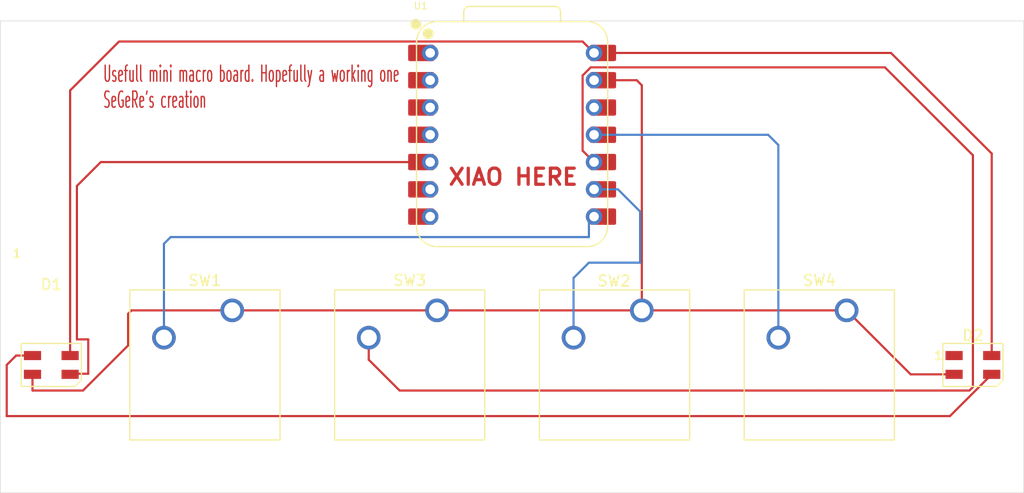
<source format=kicad_pcb>
(kicad_pcb (version 20241229) (generator "pcbnew") (generator_version "9.0")
  (layers (0 "F.Cu" signal) (2 "B.Cu" signal) (13 "F.Paste" user) (15 "B.Paste" user) (5 "F.SilkS" user "F.Silkscreen") (7 "B.SilkS" user "B.Silkscreen") (1 "F.Mask" user) (3 "B.Mask" user) (25 "Edge.Cuts" user))
  (net 0 "")
  (net 1 "Net-(D1-DOUT)")
  (net 2 "GND")
  (net 3 "Net-(D1-DIN)")
  (net 4 "+5V")
  (net 6 "Net-(U1-GPIO1{slash}RX)")
  (net 7 "Net-(U1-GPIO2{slash}SCK)")
  (net 8 "Net-(U1-GPIO4{slash}MISO)")
  (net 9 "Net-(U1-GPIO3{slash}MOSI)")
  (footprint "Button_Switch_Keyboard:SW_Cherry_MX_1.00u_PCB" (layer "F.Cu") (at 150.1775 113.9825)
    (property "Reference" "SW3" (at -2.54 -2.794 0) (layer "F.SilkS"))
    (property "Value" "SW_Push")
    (fp_line (start -9.525 -1.905) (end 4.445 -1.905) (stroke (width 0.12)) (layer "F.SilkS"))
    (fp_line (start -9.525 12.065) (end -9.525 -1.905) (stroke (width 0.12)) (layer "F.SilkS"))
    (fp_line (start 4.445 -1.905) (end 4.445 12.065) (stroke (width 0.12)) (layer "F.SilkS"))
    (fp_line (start 4.445 12.065) (end -9.525 12.065) (stroke (width 0.12)) (layer "F.SilkS"))
    (pad "" np_thru_hole circle (at -7.62 5.08) (size 1.7 1.7) (drill 1.7) (layers "*.Cu" "*.Mask"))
    (pad "" np_thru_hole circle (at -2.54 5.08) (size 4 4) (drill 4) (layers "*.Cu" "*.Mask"))
    (pad "" np_thru_hole circle (at 2.54 5.08) (size 1.7 1.7) (drill 1.7) (layers "*.Cu" "*.Mask"))
    (pad "1" thru_hole circle (at 0 0) (size 2.2 2.2) (drill 1.5) (layers "*.Cu" "*.Mask") (net 2 "GND"))
    (pad "2" thru_hole circle (at -6.35 2.54) (size 2.2 2.2) (drill 1.5) (layers "*.Cu" "*.Mask") (net 8 "Net-(U1-GPIO4{slash}MISO)"))
  )
  (footprint "Button_Switch_Keyboard:SW_Cherry_MX_1.00u_PCB" (layer "F.Cu") (at 131.1275 113.9825)
    (property "Reference" "SW1" (at -2.54 -2.794 0) (layer "F.SilkS"))
    (property "Value" "SW_Push")
    (fp_line (start -9.525 -1.905) (end 4.445 -1.905) (stroke (width 0.12)) (layer "F.SilkS"))
    (fp_line (start -9.525 12.065) (end -9.525 -1.905) (stroke (width 0.12)) (layer "F.SilkS"))
    (fp_line (start 4.445 -1.905) (end 4.445 12.065) (stroke (width 0.12)) (layer "F.SilkS"))
    (fp_line (start 4.445 12.065) (end -9.525 12.065) (stroke (width 0.12)) (layer "F.SilkS"))
    (pad "" np_thru_hole circle (at -7.62 5.08) (size 1.7 1.7) (drill 1.7) (layers "*.Cu" "*.Mask"))
    (pad "" np_thru_hole circle (at -2.54 5.08) (size 4 4) (drill 4) (layers "*.Cu" "*.Mask"))
    (pad "" np_thru_hole circle (at 2.54 5.08) (size 1.7 1.7) (drill 1.7) (layers "*.Cu" "*.Mask"))
    (pad "1" thru_hole circle (at 0 0) (size 2.2 2.2) (drill 1.5) (layers "*.Cu" "*.Mask") (net 2 "GND"))
    (pad "2" thru_hole circle (at -6.35 2.54) (size 2.2 2.2) (drill 1.5) (layers "*.Cu" "*.Mask") (net 6 "Net-(U1-GPIO1{slash}RX)"))
  )
  (footprint "LED_SMD:LED_SK6812MINI_PLCC4_3.5x3.5mm_P1.75mm" (layer "F.Cu") (at 200.025 119.0625)
    (property "Reference" "D2" (at 0 -2.75 0) (layer "F.SilkS"))
    (property "Value" "SK6812MINI")
    (fp_line (start -2.8 -2) (end -2.8 2) (stroke (width 0.12)) (layer "F.SilkS"))
    (fp_line (start -2.8 -2) (end 2.8 -2) (stroke (width 0.12)) (layer "F.SilkS"))
    (fp_line (start -2.8 2) (end 2.2 2) (stroke (width 0.12)) (layer "F.SilkS"))
    (fp_line (start 2.8 1.4) (end 2.2 2) (stroke (width 0.12)) (layer "F.SilkS"))
    (fp_line (start 2.8 1.4) (end 2.8 -2) (stroke (width 0.12)) (layer "F.SilkS"))
    (fp_text user "1" (at -3.2 -0.875 0) (layer "F.SilkS") (effects (font (size 0.8 0.8))))
    (pad "1" smd rect (at -1.75 -0.875) (size 1.6 0.85) (layers "F.Cu" "F.Mask" "F.Paste"))
    (pad "2" smd rect (at -1.75 0.875) (size 1.6 0.85) (layers "F.Cu" "F.Mask" "F.Paste") (net 2 "GND"))
    (pad "3" smd rect (at 1.75 0.875) (size 1.6 0.85) (layers "F.Cu" "F.Mask" "F.Paste") (net 1 "Net-(D1-DOUT)"))
    (pad "4" smd rect (at 1.75 -0.875) (size 1.6 0.85) (layers "F.Cu" "F.Mask" "F.Paste") (net 4 "+5V"))
  )
  (footprint "Button_Switch_Keyboard:SW_Cherry_MX_1.00u_PCB" (layer "F.Cu") (at 169.2275 113.9825)
    (property "Reference" "SW2" (at -2.584096 -2.741602 0) (layer "F.SilkS"))
    (property "Value" "SW_Push")
    (fp_line (start -9.525 -1.905) (end 4.445 -1.905) (stroke (width 0.12)) (layer "F.SilkS"))
    (fp_line (start -9.525 12.065) (end -9.525 -1.905) (stroke (width 0.12)) (layer "F.SilkS"))
    (fp_line (start 4.445 -1.905) (end 4.445 12.065) (stroke (width 0.12)) (layer "F.SilkS"))
    (fp_line (start 4.445 12.065) (end -9.525 12.065) (stroke (width 0.12)) (layer "F.SilkS"))
    (pad "" np_thru_hole circle (at -7.62 5.08) (size 1.7 1.7) (drill 1.7) (layers "*.Cu" "*.Mask"))
    (pad "" np_thru_hole circle (at -2.54 5.08) (size 4 4) (drill 4) (layers "*.Cu" "*.Mask"))
    (pad "" np_thru_hole circle (at 2.54 5.08) (size 1.7 1.7) (drill 1.7) (layers "*.Cu" "*.Mask"))
    (pad "1" thru_hole circle (at 0 0) (size 2.2 2.2) (drill 1.5) (layers "*.Cu" "*.Mask") (net 2 "GND"))
    (pad "2" thru_hole circle (at -6.35 2.54) (size 2.2 2.2) (drill 1.5) (layers "*.Cu" "*.Mask") (net 7 "Net-(U1-GPIO2{slash}SCK)"))
  )
  (footprint "Button_Switch_Keyboard:SW_Cherry_MX_1.00u_PCB" (layer "F.Cu") (at 188.2775 113.9825)
    (property "Reference" "SW4" (at -2.54 -2.794 0) (layer "F.SilkS"))
    (property "Value" "SW_Push")
    (fp_line (start -9.525 -1.905) (end 4.445 -1.905) (stroke (width 0.12)) (layer "F.SilkS"))
    (fp_line (start -9.525 12.065) (end -9.525 -1.905) (stroke (width 0.12)) (layer "F.SilkS"))
    (fp_line (start 4.445 -1.905) (end 4.445 12.065) (stroke (width 0.12)) (layer "F.SilkS"))
    (fp_line (start 4.445 12.065) (end -9.525 12.065) (stroke (width 0.12)) (layer "F.SilkS"))
    (pad "" np_thru_hole circle (at -7.62 5.08) (size 1.7 1.7) (drill 1.7) (layers "*.Cu" "*.Mask"))
    (pad "" np_thru_hole circle (at -2.54 5.08) (size 4 4) (drill 4) (layers "*.Cu" "*.Mask"))
    (pad "" np_thru_hole circle (at 2.54 5.08) (size 1.7 1.7) (drill 1.7) (layers "*.Cu" "*.Mask"))
    (pad "1" thru_hole circle (at 0 0) (size 2.2 2.2) (drill 1.5) (layers "*.Cu" "*.Mask") (net 2 "GND"))
    (pad "2" thru_hole circle (at -6.35 2.54) (size 2.2 2.2) (drill 1.5) (layers "*.Cu" "*.Mask") (net 9 "Net-(U1-GPIO3{slash}MOSI)"))
  )
  (footprint "opl:XIAO-RP2040-DIP" (layer "F.Cu") (at 157.1625 97.63125)
    (property "Reference" "U1" (at -8.5 -12 0) (layer "F.SilkS") (effects (font (size 0.635 0.635) (thickness 0.1016))))
    (property "Value" "XIAO-RP2040-DIP")
    (fp_line (start -8.89 8.509) (end -8.89 -8.636) (stroke (width 0.127)) (layer "F.SilkS"))
    (fp_line (start -6.985 10.414) (end 6.985 10.414) (stroke (width 0.127)) (layer "F.SilkS"))
    (fp_line (start -4.495 -10.541) (end -4.491272 -11.451272) (stroke (width 0.127)) (layer "F.SilkS"))
    (fp_line (start -3.991272 -11.951) (end 4.004 -11.951) (stroke (width 0.127)) (layer "F.SilkS"))
    (fp_line (start 4.504 -11.451) (end 4.504 -10.541) (stroke (width 0.127)) (layer "F.SilkS"))
    (fp_line (start 6.985 -10.541) (end -6.985 -10.541) (stroke (width 0.1)) (layer "F.SilkS"))
    (fp_line (start 6.985 -10.541) (end -6.985 -10.541) (stroke (width 0.127)) (layer "F.SilkS"))
    (fp_line (start 8.89 8.509) (end 8.89 -8.636) (stroke (width 0.127)) (layer "F.SilkS"))
    (fp_arc (start -8.89 -8.636) (mid -8.332038 -9.983038) (end -6.985 -10.541) (stroke (width 0.127)) (layer "F.SilkS"))
    (fp_arc (start -6.985 10.414) (mid -8.332038 9.856038) (end -8.89 8.509) (stroke (width 0.127)) (layer "F.SilkS"))
    (fp_arc (start -4.491272 -11.451272) (mid -4.344728 -11.80464) (end -3.991272 -11.951) (stroke (width 0.127)) (layer "F.SilkS"))
    (fp_arc (start 4.004 -11.951) (mid 4.357553 -11.804553) (end 4.504 -11.451) (stroke (width 0.127)) (layer "F.SilkS"))
    (fp_arc (start 6.985 -10.541) (mid 8.332038 -9.983038) (end 8.89 -8.636) (stroke (width 0.127)) (layer "F.SilkS"))
    (fp_arc (start 8.89 8.509) (mid 8.332038 9.856038) (end 6.985 10.414) (stroke (width 0.127)) (layer "F.SilkS"))
    (fp_circle (center -8.95 -10.3) (end -8.95 -10.554) (stroke (width 0.5)) (fill yes) (layer "F.SilkS"))
    (fp_circle (center -7.807 -9.42) (end -7.807 -9.674) (stroke (width 0.5)) (fill yes) (layer "F.SilkS"))
    (pad "1" smd roundrect (at -8.455 -7.62 180) (size 2.432 1.524) (layers "F.Cu" "F.Mask") (roundrect_rratio 0.1))
    (pad "1" thru_hole circle (at -7.62 -7.62 180) (size 1.524 1.524) (drill 0.889) (layers "*.Cu" "*.Mask"))
    (pad "2" smd roundrect (at -8.455 -5.08 180) (size 2.432 1.524) (layers "F.Cu" "F.Mask") (roundrect_rratio 0.1))
    (pad "2" thru_hole circle (at -7.62 -5.08 180) (size 1.524 1.524) (drill 0.889) (layers "*.Cu" "*.Mask"))
    (pad "3" smd roundrect (at -8.455 -2.54 180) (size 2.432 1.524) (layers "F.Cu" "F.Mask") (roundrect_rratio 0.1))
    (pad "3" thru_hole circle (at -7.62 -2.54 180) (size 1.524 1.524) (drill 0.889) (layers "*.Cu" "*.Mask"))
    (pad "4" smd roundrect (at -8.455 0 180) (size 2.432 1.524) (layers "F.Cu" "F.Mask") (roundrect_rratio 0.1))
    (pad "4" thru_hole circle (at -7.62 0 180) (size 1.524 1.524) (drill 0.889) (layers "*.Cu" "*.Mask"))
    (pad "5" smd roundrect (at -8.455 2.54 180) (size 2.432 1.524) (layers "F.Cu" "F.Mask") (roundrect_rratio 0.1) (net 3 "Net-(D1-DIN)"))
    (pad "5" thru_hole circle (at -7.62 2.54 180) (size 1.524 1.524) (drill 0.889) (layers "*.Cu" "*.Mask") (net 3 "Net-(D1-DIN)"))
    (pad "6" smd roundrect (at -8.455 5.08 180) (size 2.432 1.524) (layers "F.Cu" "F.Mask") (roundrect_rratio 0.1))
    (pad "6" thru_hole circle (at -7.62 5.08 180) (size 1.524 1.524) (drill 0.889) (layers "*.Cu" "*.Mask"))
    (pad "7" smd roundrect (at -8.455 7.62 180) (size 2.432 1.524) (layers "F.Cu" "F.Mask") (roundrect_rratio 0.1))
    (pad "7" thru_hole circle (at -7.62 7.62 180) (size 1.524 1.524) (drill 0.889) (layers "*.Cu" "*.Mask"))
    (pad "8" thru_hole circle (at 7.62 7.62) (size 1.524 1.524) (drill 0.889) (layers "*.Cu" "*.Mask") (net 6 "Net-(U1-GPIO1{slash}RX)"))
    (pad "8" smd roundrect (at 8.455 7.62) (size 2.432 1.524) (layers "F.Cu" "F.Mask") (roundrect_rratio 0.1) (net 6 "Net-(U1-GPIO1{slash}RX)"))
    (pad "9" thru_hole circle (at 7.62 5.08) (size 1.524 1.524) (drill 0.889) (layers "*.Cu" "*.Mask") (net 7 "Net-(U1-GPIO2{slash}SCK)"))
    (pad "9" smd roundrect (at 8.455 5.08) (size 2.432 1.524) (layers "F.Cu" "F.Mask") (roundrect_rratio 0.1) (net 7 "Net-(U1-GPIO2{slash}SCK)"))
    (pad "10" thru_hole circle (at 7.62 2.54) (size 1.524 1.524) (drill 0.889) (layers "*.Cu" "*.Mask") (net 8 "Net-(U1-GPIO4{slash}MISO)"))
    (pad "10" smd roundrect (at 8.455 2.54) (size 2.432 1.524) (layers "F.Cu" "F.Mask") (roundrect_rratio 0.1) (net 8 "Net-(U1-GPIO4{slash}MISO)"))
    (pad "11" thru_hole circle (at 7.62 0) (size 1.524 1.524) (drill 0.889) (layers "*.Cu" "*.Mask") (net 9 "Net-(U1-GPIO3{slash}MOSI)"))
    (pad "11" smd roundrect (at 8.455 0) (size 2.432 1.524) (layers "F.Cu" "F.Mask") (roundrect_rratio 0.1) (net 9 "Net-(U1-GPIO3{slash}MOSI)"))
    (pad "12" thru_hole circle (at 7.62 -2.54) (size 1.524 1.524) (drill 0.889) (layers "*.Cu" "*.Mask"))
    (pad "12" smd roundrect (at 8.455 -2.54) (size 2.432 1.524) (layers "F.Cu" "F.Mask") (roundrect_rratio 0.1))
    (pad "13" thru_hole circle (at 7.62 -5.08) (size 1.524 1.524) (drill 0.889) (layers "*.Cu" "*.Mask") (net 2 "GND"))
    (pad "13" smd roundrect (at 8.455 -5.08) (size 2.432 1.524) (layers "F.Cu" "F.Mask") (roundrect_rratio 0.1) (net 2 "GND"))
    (pad "14" thru_hole circle (at 7.62 -7.62) (size 1.524 1.524) (drill 0.889) (layers "*.Cu" "*.Mask") (net 4 "+5V"))
    (pad "14" smd roundrect (at 8.455 -7.62) (size 2.432 1.524) (layers "F.Cu" "F.Mask") (roundrect_rratio 0.1) (net 4 "+5V"))
  )
  (footprint "LED_SMD:LED_SK6812MINI_PLCC4_3.5x3.5mm_P1.75mm" (layer "F.Cu") (at 114.3 119.0625)
    (property "Reference" "D1" (at 0 -7.48625 0) (layer "F.SilkS"))
    (property "Value" "SK6812MINI")
    (fp_line (start -2.8 -2) (end -2.8 2) (stroke (width 0.12)) (layer "F.SilkS"))
    (fp_line (start -2.8 -2) (end 2.8 -2) (stroke (width 0.12)) (layer "F.SilkS"))
    (fp_line (start -2.8 2) (end 2.2 2) (stroke (width 0.12)) (layer "F.SilkS"))
    (fp_line (start 2.8 1.4) (end 2.2 2) (stroke (width 0.12)) (layer "F.SilkS"))
    (fp_line (start 2.8 1.4) (end 2.8 -2) (stroke (width 0.12)) (layer "F.SilkS"))
    (fp_text user "1" (at -3.2 -10.37375 0) (layer "F.SilkS") (effects (font (size 0.8 0.8))))
    (pad "1" smd rect (at -1.75 -0.875) (size 1.6 0.85) (layers "F.Cu" "F.Mask" "F.Paste") (net 1 "Net-(D1-DOUT)"))
    (pad "2" smd rect (at -1.75 0.875) (size 1.6 0.85) (layers "F.Cu" "F.Mask" "F.Paste") (net 2 "GND"))
    (pad "3" smd rect (at 1.75 0.875) (size 1.6 0.85) (layers "F.Cu" "F.Mask" "F.Paste") (net 3 "Net-(D1-DIN)"))
    (pad "4" smd rect (at 1.75 -0.875) (size 1.6 0.85) (layers "F.Cu" "F.Mask" "F.Paste") (net 4 "+5V"))
  )
  (gr_rect (start 109.552198 87.029445) (end 204.754026 130.96875) (stroke (width 0.05)) (fill no) (layer "Edge.Cuts"))
  (gr_text "XIAO HERE\n" (at 151.099631 102.438462 0) (layer "F.Cu") (effects (font (size 1.5 1.5) (thickness 0.3) (bold yes)) (justify left bottom)))
  (gr_text "Usefull mini macro board. Hopefully a working one\nSeGeRe's creation" (at 119.0625 95.25 0) (layer "F.Cu") (effects (font (size 1.5 0.7) (thickness 0.125) (bold yes)) (justify left bottom)))
  (segment (start 110.153198 123.825) (end 110.153198 119.0625) (width 0.2) (layer "F.Cu") (net 1))
  (segment (start 110.153198 119.0625) (end 111.028198 118.1875) (width 0.2) (layer "F.Cu") (net 1))
  (segment (start 197.8875 123.825) (end 110.153198 123.825) (width 0.2) (layer "F.Cu") (net 1))
  (segment (start 201.775 119.9375) (end 197.8875 123.825) (width 0.2) (layer "F.Cu") (net 1))
  (segment (start 111.028198 118.1875) (end 112.55 118.1875) (width 0.2) (layer "F.Cu") (net 1))
  (segment (start 188.2775 113.9825) (end 194.2325 119.9375) (width 0.2) (layer "F.Cu") (net 2))
  (segment (start 112.55 119.9375) (end 112.55 121.426508) (width 0.2) (layer "F.Cu") (net 2))
  (segment (start 121.76125 113.9825) (end 131.1275 113.9825) (width 0.2) (layer "F.Cu") (net 2))
  (segment (start 169.2275 113.9825) (end 188.2775 113.9825) (width 0.2) (layer "F.Cu") (net 2))
  (segment (start 194.2325 119.9375) (end 198.275 119.9375) (width 0.2) (layer "F.Cu") (net 2))
  (segment (start 169.2275 113.9825) (end 169.2275 93.0275) (width 0.2) (layer "F.Cu") (net 2))
  (segment (start 131.1275 113.9825) (end 150.1775 113.9825) (width 0.2) (layer "F.Cu") (net 2))
  (segment (start 169.2275 93.0275) (end 168.75125 92.55125) (width 0.2) (layer "F.Cu") (net 2))
  (segment (start 165.6175 92.55125) (end 166.37 92.55125) (width 0.2) (layer "F.Cu") (net 2))
  (segment (start 166.37 92.55125) (end 166.6875 92.86875) (width 0.2) (layer "F.Cu") (net 2))
  (segment (start 112.577246 121.453754) (end 112.58725 121.44375) (width 0.2) (layer "F.Cu") (net 2))
  (segment (start 121.44375 114.3) (end 121.76125 113.9825) (width 0.2) (layer "F.Cu") (net 2))
  (segment (start 150.1775 113.9825) (end 169.2275 113.9825) (width 0.2) (layer "F.Cu") (net 2))
  (segment (start 112.55 121.426508) (end 112.577246 121.453754) (width 0.2) (layer "F.Cu") (net 2))
  (segment (start 164.7825 92.55125) (end 165.6175 92.55125) (width 0.2) (layer "F.Cu") (net 2))
  (segment (start 168.75125 92.55125) (end 164.7825 92.55125) (width 0.2) (layer "F.Cu") (net 2))
  (segment (start 112.58725 121.44375) (end 117.24835 121.44375) (width 0.2) (layer "F.Cu") (net 2))
  (segment (start 117.24835 121.44375) (end 121.44375 117.24835) (width 0.2) (layer "F.Cu") (net 2))
  (segment (start 121.44375 117.24835) (end 121.44375 114.3) (width 0.2) (layer "F.Cu") (net 2))
  (segment (start 116.05 119.9375) (end 116.05 119.898138) (width 0.2) (layer "F.Cu") (net 3))
  (segment (start 116.68125 116.68125) (end 116.68125 102.39375) (width 0.2) (layer "F.Cu") (net 3))
  (segment (start 117.724021 116.68125) (end 116.68125 116.68125) (width 0.2) (layer "F.Cu") (net 3))
  (segment (start 116.05 119.898138) (end 116.040159 119.888297) (width 0.2) (layer "F.Cu") (net 3))
  (segment (start 118.90375 100.17125) (end 149.5425 100.17125) (width 0.2) (layer "F.Cu") (net 3))
  (segment (start 116.040159 119.888297) (end 116.04673 119.881726) (width 0.2) (layer "F.Cu") (net 3))
  (segment (start 117.736157 119.881726) (end 117.736157 116.693386) (width 0.2) (layer "F.Cu") (net 3))
  (segment (start 116.04673 119.881726) (end 117.736157 119.881726) (width 0.2) (layer "F.Cu") (net 3))
  (segment (start 117.736157 116.693386) (end 117.724021 116.68125) (width 0.2) (layer "F.Cu") (net 3))
  (segment (start 116.68125 102.39375) (end 118.90375 100.17125) (width 0.2) (layer "F.Cu") (net 3))
  (segment (start 201.775 118.1875) (end 201.775 99.38125) (width 0.2) (layer "F.Cu") (net 4))
  (segment (start 192.405 90.01125) (end 164.7825 90.01125) (width 0.2) (layer "F.Cu") (net 4))
  (segment (start 116.05 93.5) (end 116.05 118.1875) (width 0.2) (layer "F.Cu") (net 4))
  (segment (start 201.775 99.38125) (end 192.405 90.01125) (width 0.2) (layer "F.Cu") (net 4))
  (segment (start 163.7195 88.94825) (end 120.60175 88.94825) (width 0.2) (layer "F.Cu") (net 4))
  (segment (start 164.7825 90.01125) (end 163.7195 88.94825) (width 0.2) (layer "F.Cu") (net 4))
  (segment (start 120.60175 88.94825) (end 116.05 93.5) (width 0.2) (layer "F.Cu") (net 4))
  (segment (start 124.7775 107.782399) (end 125.403649 107.15625) (width 0.2) (layer "B.Cu") (net 6))
  (segment (start 124.7775 116.5225) (end 124.7775 107.782399) (width 0.2) (layer "B.Cu") (net 6))
  (segment (start 164.7825 105.25125) (end 164.30625 105.7275) (width 0.2) (layer "B.Cu") (net 6))
  (segment (start 164.30625 105.7275) (end 164.30625 107.15625) (width 0.2) (layer "B.Cu") (net 6))
  (segment (start 164.30625 107.15625) (end 125.403649 107.15625) (width 0.2) (layer "B.Cu") (net 6))
  (segment (start 164.465 102.39375) (end 164.30625 102.39375) (width 0.2) (layer "B.Cu") (net 7))
  (segment (start 162.8775 116.5225) (end 162.8775 110.96625) (width 0.2) (layer "B.Cu") (net 7))
  (segment (start 164.7825 102.71125) (end 164.465 102.39375) (width 0.2) (layer "B.Cu") (net 7))
  (segment (start 164.30625 109.5375) (end 169.06875 109.5375) (width 0.2) (layer "B.Cu") (net 7))
  (segment (start 169.06875 109.5375) (end 169.06875 104.775) (width 0.2) (layer "B.Cu") (net 7))
  (segment (start 162.8775 110.96625) (end 164.30625 109.5375) (width 0.2) (layer "B.Cu") (net 7))
  (segment (start 167.005 102.71125) (end 169.06875 104.775) (width 0.2) (layer "B.Cu") (net 7))
  (segment (start 164.7825 102.71125) (end 167.005 102.71125) (width 0.2) (layer "B.Cu") (net 7))
  (segment (start 191.842088 91.354206) (end 164.476234 91.354206) (width 0.2) (layer "F.Cu") (net 8))
  (segment (start 143.8275 118.577316) (end 146.693934 121.44375) (width 0.2) (layer "F.Cu") (net 8))
  (segment (start 164.7825 100.17125) (end 165.6175 100.17125) (width 0.2) (layer "F.Cu") (net 8))
  (segment (start 200.025 121.1204) (end 200.025 99.537118) (width 0.2) (layer "F.Cu") (net 8))
  (segment (start 163.7195 99.10825) (end 164.7825 100.17125) (width 0.2) (layer "F.Cu") (net 8))
  (segment (start 164.476234 91.354206) (end 163.7195 92.11094) (width 0.2) (layer "F.Cu") (net 8))
  (segment (start 200.025 99.537118) (end 191.842088 91.354206) (width 0.2) (layer "F.Cu") (net 8))
  (segment (start 163.7195 92.11094) (end 163.7195 99.10825) (width 0.2) (layer "F.Cu") (net 8))
  (segment (start 199.70165 121.44375) (end 200.025 121.1204) (width 0.2) (layer "F.Cu") (net 8))
  (segment (start 146.693934 121.44375) (end 199.70165 121.44375) (width 0.2) (layer "F.Cu") (net 8))
  (segment (start 143.8275 116.5225) (end 143.8275 118.577316) (width 0.2) (layer "F.Cu") (net 8))
  (segment (start 143.8275 116.5225) (end 143.8275 116.520947) (width 0.2) (layer "B.Cu") (net 8))
  (segment (start 143.8275 116.520947) (end 143.821743 116.51519) (width 0.2) (layer "B.Cu") (net 8))
  (segment (start 180.975 97.63125) (end 164.7825 97.63125) (width 0.2) (layer "B.Cu") (net 9))
  (segment (start 181.9275 116.5225) (end 181.9275 98.58375) (width 0.2) (layer "B.Cu") (net 9))
  (segment (start 181.9275 98.58375) (end 180.975 97.63125) (width 0.2) (layer "B.Cu") (net 9))
)
</source>
